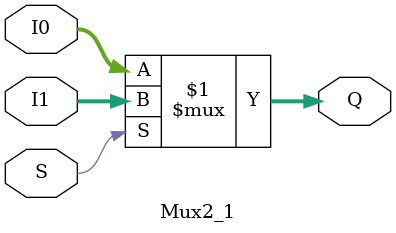
<source format=v>
`timescale 1ns / 1ps


module Mux2_1(I0, I1, S, Q);
    input [31:0] I0, I1;
    input S;
    output [31:0] Q;
    
    assign Q = S ? I1:I0;
endmodule

</source>
